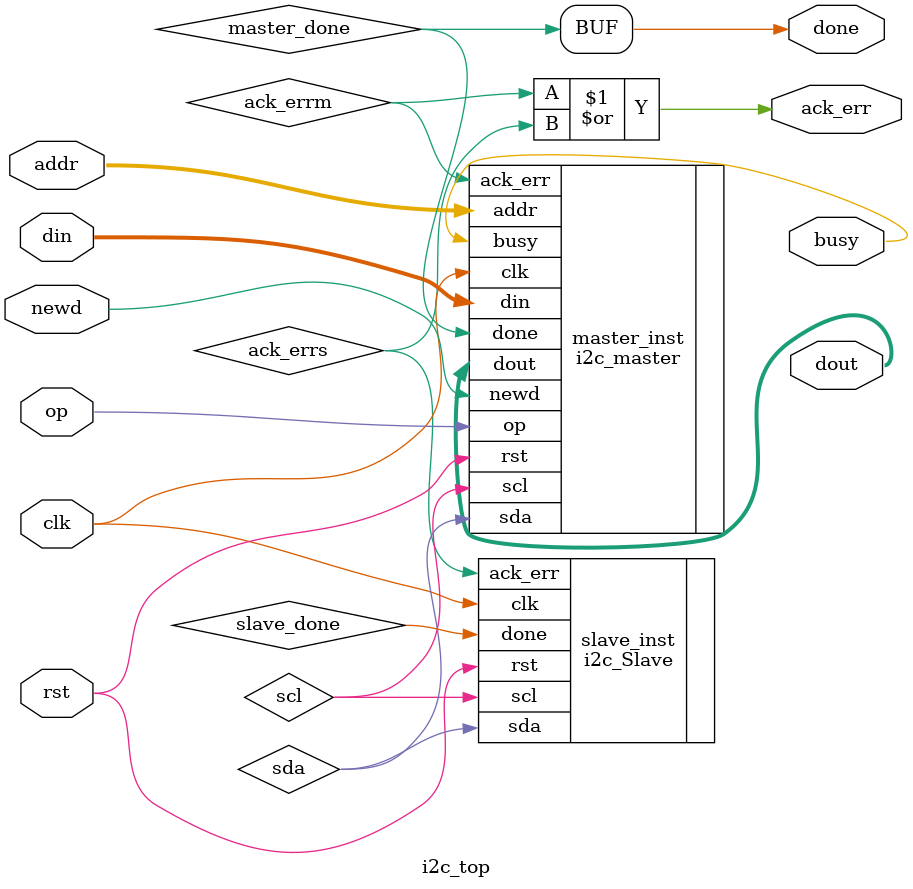
<source format=v>
module i2c_top (
    input clk,
    input rst,
    input newd,
    input op,
    input [6:0] addr,
    input [7:0] din,
    output [7:0] dout,
    output busy,
    output ack_err,
    output done
);

    wire sda;       // Open-drain shared SDA
    wire scl;       // Driven by master only

    wire ack_errm, ack_errs;
    wire master_done, slave_done;

    // Master instance
    i2c_master master_inst (
        .clk(clk),
        .rst(rst),
        .newd(newd),
        .addr(addr),
        .op(op),
        .sda(sda),
        .scl(scl),
        .din(din),
        .dout(dout),
        .busy(busy),
        .ack_err(ack_errm),
        .done(master_done)
    );

    // Slave instance
    i2c_Slave slave_inst (
        .scl(scl),
        .clk(clk),
        .rst(rst),
        .sda(sda),
        .ack_err(ack_errs),
        .done(slave_done)
    );

    // Combine errors
    assign ack_err = ack_errm | ack_errs;

    // Output done signal (master drives bus protocol)
    assign done = master_done;

endmodule

</source>
